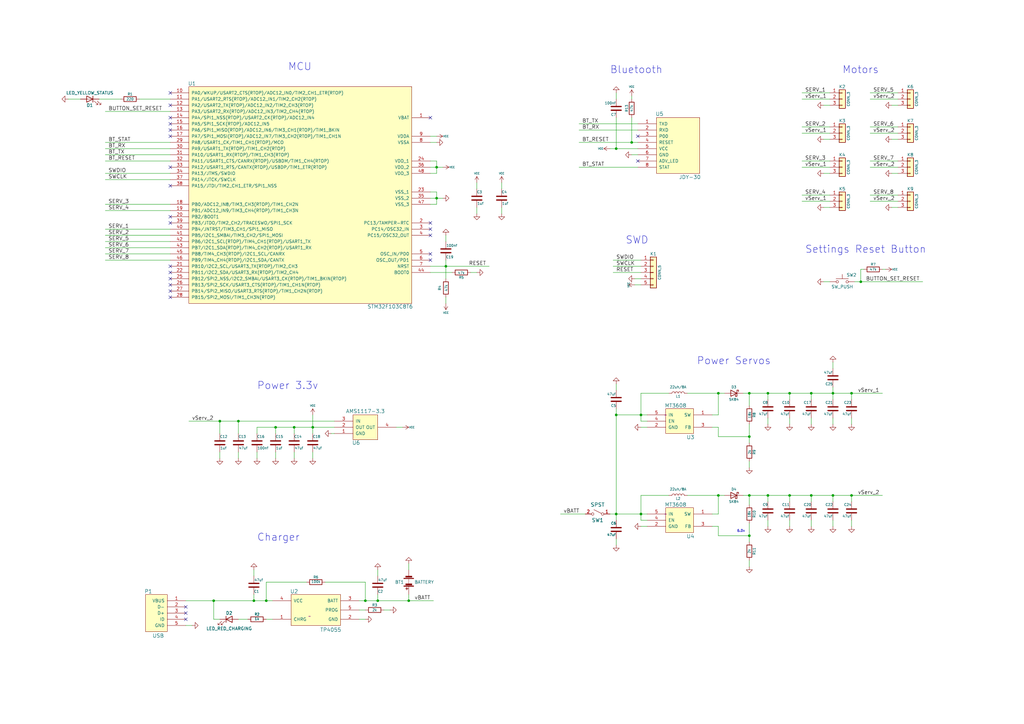
<source format=kicad_sch>
(kicad_sch (version 20211123) (generator eeschema)
  (paper "A3")
  (title_block (date "2022-04-15"))
  (lib_symbols
    (symbol "Connector_Generic:Conn_01x03" (pin_names (offset 1.016) hide)
      (property "Reference" "J" (at 0 5.08 0))
      (property "Value" "Conn_01x03" (at 0 -5.08 0))
      (symbol "Conn_01x03_1_1"
        (pin passive line (at -5.08 2.54 0) (length 3.81) (name "Pin_1") (number "1"))
        (pin passive line (at -5.08 0 0) (length 3.81) (name "Pin_2") (number "2"))
        (pin passive line (at -5.08 -2.54 0) (length 3.81) (name "Pin_3") (number "3"))
      )
    )
    (symbol "Connector_Generic:Conn_01x05" (pin_names (offset 1.016) hide)
      (property "Reference" "J" (at 0 7.62 0))
      (property "Value" "Conn_01x05" (at 0 -7.62 0))
      (symbol "Conn_01x05_1_1"
        (pin passive line (at -5.08 5.08 0) (length 3.81) (name "Pin_1") (number "1"))
        (pin passive line (at -5.08 2.54 0) (length 3.81) (name "Pin_2") (number "2"))
        (pin passive line (at -5.08 0 0) (length 3.81) (name "Pin_3") (number "3"))
        (pin passive line (at -5.08 -2.54 0) (length 3.81) (name "Pin_4") (number "4"))
        (pin passive line (at -5.08 -5.08 0) (length 3.81) (name "Pin_5") (number "5"))
      )
    )
    (symbol "Device:Battery" (pin_numbers hide) (pin_names (offset 0) hide)
      (property "Reference" "BT" (at 2.54 2.54 0))
      (property "Value" "Battery" (at 2.54 0 0))
      (symbol "Battery_1_1"
        (pin passive line (at 0 5.08 270) (length 2.54) (name "+") (number "1"))
        (pin passive line (at 0 -5.08 90) (length 2.54) (name "-") (number "2"))
      )
    )
    (symbol "Device:C" (pin_numbers hide) (pin_names (offset 0.254))
      (property "Reference" "C" (at 0.635 2.54 0))
      (property "Value" "C" (at 0.635 -2.54 0))
      (symbol "C_1_1"
        (pin passive line (at 0 3.81 270) (length 2.794) (name "~") (number "1"))
        (pin passive line (at 0 -3.81 90) (length 2.794) (name "~") (number "2"))
      )
    )
    (symbol "Device:D_Schottky" (pin_numbers hide) (pin_names (offset 1.016) hide)
      (property "Reference" "D" (at 0 2.54 0))
      (property "Value" "D_Schottky" (at 0 -2.54 0))
      (symbol "D_Schottky_1_1"
        (pin passive line (at -3.81 0 0) (length 2.54) (name "K") (number "1"))
        (pin passive line (at 3.81 0 180) (length 2.54) (name "A") (number "2"))
      )
    )
    (symbol "Device:L" (pin_numbers hide) (pin_names (offset 1.016) hide)
      (property "Reference" "L" (at -1.27 0 90))
      (property "Value" "L" (at 1.905 0 90))
      (symbol "L_1_1"
        (pin passive line (at 0 3.81 270) (length 1.27) (name "1") (number "1"))
        (pin passive line (at 0 -3.81 90) (length 1.27) (name "2") (number "2"))
      )
    )
    (symbol "Device:LED" (pin_numbers hide) (pin_names (offset 1.016) hide)
      (property "Reference" "D" (at 0 2.54 0))
      (property "Value" "LED" (at 0 -2.54 0))
      (symbol "LED_1_1"
        (pin passive line (at -3.81 0 0) (length 2.54) (name "K") (number "1"))
        (pin passive line (at 3.81 0 180) (length 2.54) (name "A") (number "2"))
      )
    )
    (symbol "Device:R" (pin_numbers hide) (pin_names (offset 0))
      (property "Reference" "R" (at 2.032 0 90))
      (property "Value" "R" (at 0 0 90))
      (symbol "R_1_1"
        (pin passive line (at 0 3.81 270) (length 1.27) (name "~") (number "1"))
        (pin passive line (at 0 -3.81 90) (length 1.27) (name "~") (number "2"))
      )
    )
    (symbol "RS-Quadruped:AMS1117-3.3" (pin_names (offset 1.016))
      (property "Reference" "U?" (at -3.81 -6.35 0))
      (property "Value" "AMS1117-3.3" (at 0 6.604 0))
      (symbol "AMS1117-3.3_1_1"
        (pin passive line (at -12.7 2.54 0) (length 7.62) (name "GND") (number "1"))
        (pin passive line (at -12.7 0 0) (length 7.62) (name "OUT") (number "2"))
        (pin passive line (at -12.7 -2.54 0) (length 7.62) (name "IN") (number "3"))
        (pin passive line (at 12.7 0 180) (length 7.62) (name "OUT") (number "4"))
      )
    )
    (symbol "RS-Quadruped:JDY-30" (pin_names (offset 1.016))
      (property "Reference" "U?" (at 1.27 4.064 0))
      (property "Value" "JDY-30" (at 13.716 -21.844 0))
      (symbol "JDY-30_1_1"
        (pin passive line (at -7.62 0 0) (length 7.62) (name "TXD") (number "1"))
        (pin passive line (at -7.62 -2.54 0) (length 7.62) (name "RXD") (number "2"))
        (pin passive line (at -7.62 -5.08 0) (length 7.62) (name "P00") (number "3"))
        (pin passive line (at -7.62 -7.62 0) (length 7.62) (name "RESET") (number "4"))
        (pin passive line (at -7.62 -10.16 0) (length 7.62) (name "VCC") (number "5"))
        (pin passive line (at -7.62 -12.7 0) (length 7.62) (name "GND") (number "6"))
        (pin passive line (at -7.62 -15.24 0) (length 7.62) (name "ADV_LED") (number "7"))
        (pin passive line (at -7.62 -17.78 0) (length 7.62) (name "STAT") (number "8"))
      )
    )
    (symbol "RS-Quadruped:MT3608" (pin_names (offset 1.016))
      (property "Reference" "U?" (at 10.16 -9.144 0))
      (property "Value" "MT3608" (at 4.064 3.81 0))
      (property "Datasheet" "~" (at 0 0 0))
      (symbol "MT3608_1_1"
        (pin input line (at 19.05 0 180) (length 7.62) (name "SW") (number "1"))
        (pin input line (at -7.62 -5.08 0) (length 7.62) (name "GND") (number "2"))
        (pin input line (at 19.05 -5.08 180) (length 7.62) (name "FB") (number "3"))
        (pin input line (at -7.62 -2.54 0) (length 7.62) (name "EN") (number "4"))
        (pin input line (at -7.62 0 0) (length 7.62) (name "IN") (number "5"))
      )
    )
    (symbol "RS-Quadruped:STM32F103C8T6" (pin_names (offset 1.016))
      (property "Reference" "U?" (at -40.64 35.56 0))
      (property "Value" "STM32F103C8T6" (at 40.64 -57.15 0))
      (symbol "STM32F103C8T6_1_1"
        (pin passive line (at 57.15 21.59 180) (length 7.62) (name "VBAT") (number "1"))
        (pin input line (at -49.53 31.75 0) (length 7.62) (name "PA0/WKUP/USART2_CTS(RTOP)/ADC12_IN0/TIM2_CH1_ETR(RTOP)") (number "10"))
        (pin input line (at -49.53 29.21 0) (length 7.62) (name "PA1/USART2_RTS(RTOP)/ADC12_IN1/TIM2_CH2(RTOP)") (number "11"))
        (pin input line (at -49.53 26.67 0) (length 7.62) (name "PA2/USART2_TX(RTOP)/ADC12_IN2/TIM2_CH3(RTOP)") (number "12"))
        (pin input line (at -49.53 24.13 0) (length 7.62) (name "PA3/USART2_RX(RTOP)/ADC12_IN3/TIM2_CH4(RTOP)") (number "13"))
        (pin input line (at -49.53 21.59 0) (length 7.62) (name "PA4/SPI1_NSS(RTOP)/USART2_CK(RTOP)/ADC12_IN4") (number "14"))
        (pin input line (at -49.53 19.05 0) (length 7.62) (name "PA5/SPI1_SCK(RTOP)/ADC12_IN5") (number "15"))
        (pin input line (at -49.53 16.51 0) (length 7.62) (name "PA6/SPI1_MISO(RTOP)/ADC12_IN6/TIM3_CH1(RTOP)/TIM1_BKIN") (number "16"))
        (pin input line (at -49.53 13.97 0) (length 7.62) (name "PA7/SPI1_MOSI(RTOP)/ADC12_IN7/TIM3_CH2(RTOP)/TIM1_CH1N") (number "17"))
        (pin input line (at -49.53 -13.97 0) (length 7.62) (name "PB0/ADC12_IN8/TIM3_CH3(RTOP)/TIM1_CH2N") (number "18"))
        (pin input line (at -49.53 -16.51 0) (length 7.62) (name "PB1/ADC12_IN9/TIM3_CH4(RTOP)/TIM1_CH3N") (number "19"))
        (pin input line (at 57.15 -21.59 180) (length 7.62) (name "PC13/TAMPER-RTC") (number "2"))
        (pin input line (at -49.53 -19.05 0) (length 7.62) (name "PB2/BOOT1") (number "20"))
        (pin input line (at -49.53 -39.37 0) (length 7.62) (name "PB10/I2C2_SCL/USART3_TX(RTOP)/TIM2_CH3") (number "21"))
        (pin input line (at -49.53 -41.91 0) (length 7.62) (name "PB11/I2C2_SDA/USART3_RX(RTOP)/TIM2_CH4") (number "22"))
        (pin passive line (at 57.15 -8.89 180) (length 7.62) (name "VSS_1") (number "23"))
        (pin passive line (at 57.15 3.81 180) (length 7.62) (name "VDD_1") (number "24"))
        (pin input line (at -49.53 -44.45 0) (length 7.62) (name "PB12/SPI2_NSS/I2C2_SMBAl/USART3_CK(RTOP)/TIM1_BKIN(RTOP)") (number "25"))
        (pin input line (at -49.53 -46.99 0) (length 7.62) (name "PB13/SPI2_SCK/USART3_CTS(RTOP)/TIM1_CH1N(RTOP)") (number "26"))
        (pin input line (at -49.53 -49.53 0) (length 7.62) (name "PB14/SPI2_MISO/USART3_RTS(RTOP)/TIM1_CH2N(RTOP)") (number "27"))
        (pin input line (at -49.53 -52.07 0) (length 7.62) (name "PB15/SPI2_MOSI/TIM1_CH3N(RTOP)") (number "28"))
        (pin input line (at -49.53 11.43 0) (length 7.62) (name "PA8/USART1_CK/TIM1_CH1(RTOP)/MCO") (number "29"))
        (pin input line (at 57.15 -24.13 180) (length 7.62) (name "PC14/OSC32_IN") (number "3"))
        (pin input line (at -49.53 8.89 0) (length 7.62) (name "PA9/USART1_TX(RTOP)/TIM1_CH2(RTOP)") (number "30"))
        (pin input line (at -49.53 6.35 0) (length 7.62) (name "PA10/USART1_RX(RTOP)/TIM1_CH3(RTOP)") (number "31"))
        (pin input line (at -49.53 3.81 0) (length 7.62) (name "PA11/USART1_CTS/CANRX(RTOP)/USBDM/TIM1_CH4(RTOP)") (number "32"))
        (pin input line (at -49.53 1.27 0) (length 7.62) (name "PA12/USART1_RTS/CANTX(RTOP)/USBDP/TIM1_ETR(RTOP)") (number "33"))
        (pin input line (at -49.53 -1.27 0) (length 7.62) (name "PA13/JTMS/SWDIO") (number "34"))
        (pin passive line (at 57.15 -11.43 180) (length 7.62) (name "VSS_2") (number "35"))
        (pin passive line (at 57.15 1.27 180) (length 7.62) (name "VDD_2") (number "36"))
        (pin input line (at -49.53 -3.81 0) (length 7.62) (name "PA14/JTCK/SWCLK") (number "37"))
        (pin input line (at -49.53 -6.35 0) (length 7.62) (name "PA15/JTDI/TIM2_CH1_ETR/SPI1_NSS") (number "38"))
        (pin input line (at -49.53 -21.59 0) (length 7.62) (name "PB3/JTDO/TIM2_CH2/TRACESWO/SPI1_SCK") (number "39"))
        (pin input line (at 57.15 -26.67 180) (length 7.62) (name "PC15/OSC32_OUT") (number "4"))
        (pin input line (at -49.53 -24.13 0) (length 7.62) (name "PB4/JNTRST/TIM3_CH1/SPI1_MISO") (number "40"))
        (pin input line (at -49.53 -26.67 0) (length 7.62) (name "PB5/I2C1_SMBAI/TIM3_CH2/SPI1_MOSI") (number "41"))
        (pin input line (at -49.53 -29.21 0) (length 7.62) (name "PB6/I2C1_SCL(RTOP)/TIM4_CH1(RTOP)/USART1_TX") (number "42"))
        (pin input line (at -49.53 -31.75 0) (length 7.62) (name "PB7/I2C1_SDA(RTOP)/TIM4_CH2(RTOP)/USART1_RX") (number "43"))
        (pin input line (at 57.15 -41.91 180) (length 7.62) (name "BOOT0") (number "44"))
        (pin input line (at -49.53 -34.29 0) (length 7.62) (name "PB8/TIM4_CH3(RTOP)/I2C1_SCL/CANRX") (number "45"))
        (pin input line (at -49.53 -36.83 0) (length 7.62) (name "PB9/TIM4_CH4(RTOP)/I2C1_SDA/CANTX") (number "46"))
        (pin passive line (at 57.15 -13.97 180) (length 7.62) (name "VSS_3") (number "47"))
        (pin passive line (at 57.15 -1.27 180) (length 7.62) (name "VDD_3") (number "48"))
        (pin input line (at 57.15 -34.29 180) (length 7.62) (name "OSC_IN/PD0") (number "5"))
        (pin input line (at 57.15 -36.83 180) (length 7.62) (name "OSC_OUT/PD1") (number "6"))
        (pin input line (at 57.15 -39.37 180) (length 7.62) (name "NRST") (number "7"))
        (pin passive line (at 57.15 11.43 180) (length 7.62) (name "VSSA") (number "8"))
        (pin passive line (at 57.15 13.97 180) (length 7.62) (name "VDDA") (number "9"))
      )
    )
    (symbol "RS-Quadruped:TP4055" (pin_names (offset 1.016))
      (property "Reference" "U?" (at -8.89 10.16 0))
      (property "Value" "TP4055" (at 6.096 -5.588 0))
      (property "Datasheet" "~" (at -2.54 0 0))
      (symbol "TP4055_1_1"
        (pin passive line (at -17.78 -1.27 0) (length 7.62) (name "CHRG") (number "1"))
        (pin passive line (at 17.78 -1.27 180) (length 7.62) (name "GND") (number "2"))
        (pin passive line (at 17.78 6.35 180) (length 7.62) (name "BATT") (number "3"))
        (pin passive line (at -17.78 6.35 0) (length 7.62) (name "VCC") (number "4"))
        (pin passive line (at 17.78 2.54 180) (length 7.62) (name "PROG") (number "5"))
      )
    )
    (symbol "RS-Quadruped:USB-B" (pin_names (offset 1.016))
      (property "Reference" "P?" (at -7.747 8.89 0))
      (property "Value" "USB-B" (at -3.683 -9.271 0))
      (symbol "USB-B_1_1"
        (pin passive line (at 7.62 5.08 180) (length 7.62) (name "VBUS") (number "1"))
        (pin passive line (at 7.62 2.54 180) (length 7.62) (name "D-") (number "2"))
        (pin passive line (at 7.62 0 180) (length 7.62) (name "D+") (number "3"))
        (pin passive line (at 7.62 -2.54 180) (length 7.62) (name "ID") (number "4"))
        (pin passive line (at 7.62 -5.08 180) (length 7.62) (name "GND") (number "5"))
      )
    )
    (symbol "Switch:SW_Push" (pin_numbers hide) (pin_names (offset 1.016) hide)
      (property "Reference" "SW" (at 1.27 2.54 0))
      (property "Value" "SW_Push" (at 0 -1.524 0))
      (symbol "SW_Push_0_1"
        (pin passive line (at -5.08 0 0) (length 2.54) (name "1") (number "1"))
        (pin passive line (at 5.08 0 180) (length 2.54) (name "2") (number "2"))
      )
    )
    (symbol "Switch:SW_SPST" (pin_names (offset 0) hide)
      (property "Reference" "SW" (at 0 3.175 0))
      (property "Value" "SW_SPST" (at 0 -2.54 0))
      (symbol "SW_SPST_1_1"
        (pin passive line (at -5.08 0 0) (length 2.54) (name "A") (number "1"))
        (pin passive line (at 5.08 0 180) (length 2.54) (name "B") (number "2"))
      )
    )
    (symbol "power:GND" (power) (pin_names (offset 0))
      (property "Value" "GND" (at 0 -3.81 0))
      (symbol "GND_1_1"
        (pin power_in line (at 0 0 270) (length 0) hide (name "GND") (number "1"))
      )
    )
    (symbol "power:VCC" (power) (pin_names (offset 0))
      (property "Value" "VCC" (at 0 3.81 0))
      (symbol "VCC_1_1"
        (pin power_in line (at 0 0 90) (length 0) hide (name "VCC") (number "1"))
      )
    )
  )
  (junction (at 90.17 172.72))
  (junction (at 252.73 60.96))
  (junction (at 179.07 68.58))
  (junction (at 154.94 246.38))
  (junction (at 167.64 246.38))
  (junction (at 314.96 203.2))
  (junction (at 341.63 203.2))
  (junction (at 307.34 203.2))
  (junction (at 341.63 161.29))
  (junction (at 294.64 203.2))
  (junction (at 149.86 246.38))
  (junction (at 262.89 210.82))
  (junction (at 179.07 81.28))
  (junction (at 349.25 203.2))
  (junction (at 353.06 115.57))
  (junction (at 113.03 175.26))
  (junction (at 307.34 219.71))
  (junction (at 332.74 203.2))
  (junction (at 323.85 161.29))
  (junction (at 294.64 161.29))
  (junction (at 259.08 58.42))
  (junction (at 120.65 175.26))
  (junction (at 104.14 246.38))
  (junction (at 262.89 170.18))
  (junction (at 307.34 161.29))
  (junction (at 87.63 246.38))
  (junction (at 97.79 172.72))
  (junction (at 314.96 161.29))
  (junction (at 349.25 161.29))
  (junction (at 252.73 210.82))
  (junction (at 182.88 109.22))
  (junction (at 332.74 161.29))
  (junction (at 128.27 175.26))
  (junction (at 109.22 246.38))
  (junction (at 307.34 179.07))
  (junction (at 252.73 170.18))
  (junction (at 323.85 203.2))
  (no_connect (at 261.62 55.88))
  (no_connect (at 69.85 48.26))
  (no_connect (at 69.85 114.3))
  (no_connect (at 69.85 109.22))
  (no_connect (at 176.53 104.14))
  (no_connect (at 69.85 43.18))
  (no_connect (at 69.85 116.84))
  (no_connect (at 69.85 76.2))
  (no_connect (at 69.85 55.88))
  (no_connect (at 176.53 91.44))
  (no_connect (at 176.53 106.68))
  (no_connect (at 69.85 38.1))
  (no_connect (at 69.85 121.92))
  (no_connect (at 69.85 88.9))
  (no_connect (at 176.53 96.52))
  (no_connect (at 69.85 119.38))
  (no_connect (at 176.53 48.26))
  (no_connect (at 69.85 111.76))
  (no_connect (at 76.2 254))
  (no_connect (at 76.2 248.92))
  (no_connect (at 69.85 53.34))
  (no_connect (at 69.85 91.44))
  (no_connect (at 261.62 66.04))
  (no_connect (at 76.2 251.46))
  (no_connect (at 69.85 50.8))
  (no_connect (at 69.85 68.58))
  (no_connect (at 176.53 93.98))
  (wire (pts (xy 350.52 115.57) (xy 353.06 115.57)))
  (wire (pts (xy 349.25 161.29) (xy 361.95 161.29)))
  (wire (pts (xy 109.22 238.76) (xy 109.22 246.38)))
  (wire (pts (xy 353.06 115.57) (xy 378.46 115.57)))
  (wire (pts (xy 307.34 219.71) (xy 294.64 219.71)))
  (wire (pts (xy 43.18 58.42) (xy 69.85 58.42)))
  (wire (pts (xy 77.47 172.72) (xy 90.17 172.72)))
  (wire (pts (xy 356.87 38.1) (xy 368.3 38.1)))
  (wire (pts (xy 349.25 203.2) (xy 361.95 203.2)))
  (wire (pts (xy 252.73 170.18) (xy 262.89 170.18)))
  (wire (pts (xy 252.73 223.52) (xy 252.73 220.98)))
  (wire (pts (xy 323.85 161.29) (xy 332.74 161.29)))
  (wire (pts (xy 356.87 80.01) (xy 368.3 80.01)))
  (wire (pts (xy 104.14 246.38) (xy 109.22 246.38)))
  (wire (pts (xy 356.87 54.61) (xy 368.3 54.61)))
  (wire (pts (xy 307.34 161.29) (xy 314.96 161.29)))
  (wire (pts (xy 294.64 161.29) (xy 297.18 161.29)))
  (wire (pts (xy 281.94 161.29) (xy 294.64 161.29)))
  (wire (pts (xy 43.18 106.68) (xy 69.85 106.68)))
  (wire (pts (xy 205.74 87.63) (xy 205.74 85.09)))
  (wire (pts (xy 337.82 115.57) (xy 340.36 115.57)))
  (wire (pts (xy 149.86 250.19) (xy 147.32 250.19)))
  (wire (pts (xy 104.14 233.68) (xy 104.14 236.22)))
  (wire (pts (xy 328.93 66.04) (xy 340.36 66.04)))
  (wire (pts (xy 154.94 243.84) (xy 154.94 246.38)))
  (wire (pts (xy 294.64 179.07) (xy 294.64 175.26)))
  (wire (pts (xy 262.89 106.68) (xy 251.46 106.68)))
  (wire (pts (xy 167.64 246.38) (xy 167.64 243.84)))
  (wire (pts (xy 182.88 96.52) (xy 182.88 99.06)))
  (wire (pts (xy 252.73 170.18) (xy 252.73 210.82)))
  (wire (pts (xy 113.03 187.96) (xy 113.03 185.42)))
  (wire (pts (xy 262.89 210.82) (xy 265.43 210.82)))
  (wire (pts (xy 97.79 187.96) (xy 97.79 185.42)))
  (wire (pts (xy 179.07 55.88) (xy 176.53 55.88)))
  (wire (pts (xy 259.08 39.37) (xy 259.08 40.64)))
  (wire (pts (xy 43.18 66.04) (xy 69.85 66.04)))
  (wire (pts (xy 356.87 52.07) (xy 368.3 52.07)))
  (wire (pts (xy 105.41 175.26) (xy 105.41 177.8)))
  (wire (pts (xy 314.96 173.99) (xy 314.96 171.45)))
  (wire (pts (xy 128.27 187.96) (xy 128.27 185.42)))
  (wire (pts (xy 363.22 110.49) (xy 361.95 110.49)))
  (wire (pts (xy 90.17 172.72) (xy 97.79 172.72)))
  (wire (pts (xy 328.93 82.55) (xy 340.36 82.55)))
  (wire (pts (xy 149.86 254) (xy 147.32 254)))
  (wire (pts (xy 292.1 210.82) (xy 294.64 210.82)))
  (wire (pts (xy 182.88 109.22) (xy 200.66 109.22)))
  (wire (pts (xy 154.94 246.38) (xy 167.64 246.38)))
  (wire (pts (xy 332.74 203.2) (xy 341.63 203.2)))
  (wire (pts (xy 43.18 63.5) (xy 69.85 63.5)))
  (wire (pts (xy 307.34 203.2) (xy 314.96 203.2)))
  (wire (pts (xy 27.94 40.64) (xy 33.02 40.64)))
  (wire (pts (xy 314.96 163.83) (xy 314.96 161.29)))
  (wire (pts (xy 262.89 170.18) (xy 262.89 172.72)))
  (wire (pts (xy 128.27 175.26) (xy 128.27 177.8)))
  (wire (pts (xy 262.89 170.18) (xy 265.43 170.18)))
  (wire (pts (xy 179.07 83.82) (xy 176.53 83.82)))
  (wire (pts (xy 328.93 52.07) (xy 340.36 52.07)))
  (wire (pts (xy 43.18 101.6) (xy 69.85 101.6)))
  (wire (pts (xy 341.63 205.74) (xy 341.63 203.2)))
  (wire (pts (xy 43.18 99.06) (xy 69.85 99.06)))
  (wire (pts (xy 237.49 68.58) (xy 261.62 68.58)))
  (wire (pts (xy 356.87 40.64) (xy 368.3 40.64)))
  (wire (pts (xy 104.14 246.38) (xy 104.14 243.84)))
  (wire (pts (xy 76.2 246.38) (xy 87.63 246.38)))
  (wire (pts (xy 365.76 57.15) (xy 368.3 57.15)))
  (wire (pts (xy 179.07 68.58) (xy 181.61 68.58)))
  (wire (pts (xy 328.93 68.58) (xy 340.36 68.58)))
  (wire (pts (xy 323.85 173.99) (xy 323.85 171.45)))
  (wire (pts (xy 332.74 215.9) (xy 332.74 213.36)))
  (wire (pts (xy 250.19 60.96) (xy 252.73 60.96)))
  (wire (pts (xy 341.63 203.2) (xy 349.25 203.2)))
  (wire (pts (xy 195.58 77.47) (xy 195.58 74.93)))
  (wire (pts (xy 262.89 215.9) (xy 265.43 215.9)))
  (wire (pts (xy 179.07 78.74) (xy 176.53 78.74)))
  (wire (pts (xy 179.07 58.42) (xy 176.53 58.42)))
  (wire (pts (xy 179.07 81.28) (xy 181.61 81.28)))
  (wire (pts (xy 69.85 71.12) (xy 43.18 71.12)))
  (wire (pts (xy 314.96 215.9) (xy 314.96 213.36)))
  (wire (pts (xy 109.22 246.38) (xy 111.76 246.38)))
  (wire (pts (xy 281.94 203.2) (xy 294.64 203.2)))
  (wire (pts (xy 307.34 191.77) (xy 307.34 189.23)))
  (wire (pts (xy 262.89 175.26) (xy 265.43 175.26)))
  (wire (pts (xy 176.53 81.28) (xy 179.07 81.28)))
  (wire (pts (xy 133.35 238.76) (xy 149.86 238.76)))
  (wire (pts (xy 154.94 233.68) (xy 154.94 236.22)))
  (wire (pts (xy 307.34 214.63) (xy 307.34 219.71)))
  (wire (pts (xy 179.07 81.28) (xy 179.07 83.82)))
  (wire (pts (xy 356.87 82.55) (xy 368.3 82.55)))
  (wire (pts (xy 179.07 68.58) (xy 179.07 71.12)))
  (wire (pts (xy 97.79 172.72) (xy 137.16 172.72)))
  (wire (pts (xy 262.89 203.2) (xy 274.32 203.2)))
  (wire (pts (xy 147.32 246.38) (xy 149.86 246.38)))
  (wire (pts (xy 149.86 246.38) (xy 154.94 246.38)))
  (wire (pts (xy 109.22 254) (xy 111.76 254)))
  (wire (pts (xy 328.93 38.1) (xy 340.36 38.1)))
  (wire (pts (xy 328.93 54.61) (xy 340.36 54.61)))
  (wire (pts (xy 365.76 85.09) (xy 368.3 85.09)))
  (wire (pts (xy 113.03 175.26) (xy 113.03 177.8)))
  (wire (pts (xy 78.74 256.54) (xy 76.2 256.54)))
  (wire (pts (xy 349.25 173.99) (xy 349.25 171.45)))
  (wire (pts (xy 294.64 219.71) (xy 294.64 215.9)))
  (wire (pts (xy 90.17 177.8) (xy 90.17 172.72)))
  (wire (pts (xy 120.65 187.96) (xy 120.65 185.42)))
  (wire (pts (xy 176.53 109.22) (xy 182.88 109.22)))
  (wire (pts (xy 43.18 86.36) (xy 69.85 86.36)))
  (wire (pts (xy 294.64 170.18) (xy 294.64 161.29)))
  (wire (pts (xy 328.93 40.64) (xy 340.36 40.64)))
  (wire (pts (xy 69.85 45.72) (xy 43.18 45.72)))
  (wire (pts (xy 294.64 215.9) (xy 292.1 215.9)))
  (wire (pts (xy 262.89 203.2) (xy 262.89 210.82)))
  (wire (pts (xy 182.88 124.46) (xy 182.88 121.92)))
  (wire (pts (xy 128.27 175.26) (xy 137.16 175.26)))
  (wire (pts (xy 349.25 215.9) (xy 349.25 213.36)))
  (wire (pts (xy 341.63 215.9) (xy 341.63 213.36)))
  (wire (pts (xy 179.07 78.74) (xy 179.07 81.28)))
  (wire (pts (xy 337.82 57.15) (xy 340.36 57.15)))
  (wire (pts (xy 43.18 96.52) (xy 69.85 96.52)))
  (wire (pts (xy 332.74 173.99) (xy 332.74 171.45)))
  (wire (pts (xy 307.34 161.29) (xy 307.34 166.37)))
  (wire (pts (xy 307.34 232.41) (xy 307.34 229.87)))
  (wire (pts (xy 337.82 43.18) (xy 340.36 43.18)))
  (wire (pts (xy 165.1 175.26) (xy 162.56 175.26)))
  (wire (pts (xy 307.34 179.07) (xy 307.34 181.61)))
  (wire (pts (xy 294.64 210.82) (xy 294.64 203.2)))
  (wire (pts (xy 262.89 172.72) (xy 265.43 172.72)))
  (wire (pts (xy 120.65 175.26) (xy 128.27 175.26)))
  (wire (pts (xy 182.88 106.68) (xy 182.88 109.22)))
  (wire (pts (xy 294.64 203.2) (xy 297.18 203.2)))
  (wire (pts (xy 332.74 161.29) (xy 341.63 161.29)))
  (wire (pts (xy 323.85 163.83) (xy 323.85 161.29)))
  (wire (pts (xy 250.19 210.82) (xy 252.73 210.82)))
  (wire (pts (xy 259.08 58.42) (xy 261.62 58.42)))
  (wire (pts (xy 113.03 175.26) (xy 120.65 175.26)))
  (wire (pts (xy 353.06 110.49) (xy 353.06 115.57)))
  (wire (pts (xy 43.18 93.98) (xy 69.85 93.98)))
  (wire (pts (xy 262.89 116.84) (xy 260.35 116.84)))
  (wire (pts (xy 314.96 203.2) (xy 323.85 203.2)))
  (wire (pts (xy 43.18 60.96) (xy 69.85 60.96)))
  (wire (pts (xy 101.6 254) (xy 97.79 254)))
  (wire (pts (xy 356.87 68.58) (xy 368.3 68.58)))
  (wire (pts (xy 179.07 71.12) (xy 176.53 71.12)))
  (wire (pts (xy 195.58 111.76) (xy 193.04 111.76)))
  (wire (pts (xy 323.85 203.2) (xy 323.85 205.74)))
  (wire (pts (xy 304.8 161.29) (xy 307.34 161.29)))
  (wire (pts (xy 179.07 66.04) (xy 179.07 68.58)))
  (wire (pts (xy 87.63 246.38) (xy 104.14 246.38)))
  (wire (pts (xy 128.27 170.18) (xy 128.27 175.26)))
  (wire (pts (xy 307.34 179.07) (xy 294.64 179.07)))
  (wire (pts (xy 356.87 66.04) (xy 368.3 66.04)))
  (wire (pts (xy 341.63 148.59) (xy 341.63 151.13)))
  (wire (pts (xy 341.63 173.99) (xy 341.63 171.45)))
  (wire (pts (xy 354.33 110.49) (xy 353.06 110.49)))
  (wire (pts (xy 252.73 60.96) (xy 261.62 60.96)))
  (wire (pts (xy 314.96 203.2) (xy 314.96 205.74)))
  (wire (pts (xy 307.34 203.2) (xy 307.34 207.01)))
  (wire (pts (xy 332.74 205.74) (xy 332.74 203.2)))
  (wire (pts (xy 260.35 114.3) (xy 262.89 114.3)))
  (wire (pts (xy 69.85 73.66) (xy 43.18 73.66)))
  (wire (pts (xy 349.25 205.74) (xy 349.25 203.2)))
  (wire (pts (xy 252.73 157.48) (xy 252.73 160.02)))
  (wire (pts (xy 149.86 246.38) (xy 149.86 238.76)))
  (wire (pts (xy 332.74 163.83) (xy 332.74 161.29)))
  (wire (pts (xy 323.85 215.9) (xy 323.85 213.36)))
  (wire (pts (xy 323.85 203.2) (xy 332.74 203.2)))
  (wire (pts (xy 237.49 50.8) (xy 261.62 50.8)))
  (wire (pts (xy 167.64 246.38) (xy 177.8 246.38)))
  (wire (pts (xy 237.49 58.42) (xy 259.08 58.42)))
  (wire (pts (xy 341.63 158.75) (xy 341.63 161.29)))
  (wire (pts (xy 262.89 161.29) (xy 262.89 170.18)))
  (wire (pts (xy 262.89 161.29) (xy 274.32 161.29)))
  (wire (pts (xy 259.08 48.26) (xy 259.08 58.42)))
  (wire (pts (xy 292.1 170.18) (xy 294.64 170.18)))
  (wire (pts (xy 90.17 187.96) (xy 90.17 185.42)))
  (wire (pts (xy 160.02 250.19) (xy 157.48 250.19)))
  (wire (pts (xy 341.63 161.29) (xy 349.25 161.29)))
  (wire (pts (xy 262.89 213.36) (xy 265.43 213.36)))
  (wire (pts (xy 185.42 111.76) (xy 176.53 111.76)))
  (wire (pts (xy 328.93 80.01) (xy 340.36 80.01)))
  (wire (pts (xy 109.22 238.76) (xy 125.73 238.76)))
  (wire (pts (xy 337.82 85.09) (xy 340.36 85.09)))
  (wire (pts (xy 252.73 48.26) (xy 252.73 60.96)))
  (wire (pts (xy 97.79 172.72) (xy 97.79 177.8)))
  (wire (pts (xy 229.87 210.82) (xy 240.03 210.82)))
  (wire (pts (xy 252.73 38.1) (xy 252.73 40.64)))
  (wire (pts (xy 105.41 187.96) (xy 105.41 185.42)))
  (wire (pts (xy 87.63 254) (xy 87.63 246.38)))
  (wire (pts (xy 43.18 83.82) (xy 69.85 83.82)))
  (wire (pts (xy 304.8 203.2) (xy 307.34 203.2)))
  (wire (pts (xy 135.89 177.8) (xy 137.16 177.8)))
  (wire (pts (xy 252.73 210.82) (xy 262.89 210.82)))
  (wire (pts (xy 259.08 63.5) (xy 261.62 63.5)))
  (wire (pts (xy 167.64 233.68) (xy 167.64 231.14)))
  (wire (pts (xy 365.76 43.18) (xy 368.3 43.18)))
  (wire (pts (xy 205.74 77.47) (xy 205.74 74.93)))
  (wire (pts (xy 237.49 53.34) (xy 261.62 53.34)))
  (wire (pts (xy 341.63 161.29) (xy 341.63 163.83)))
  (wire (pts (xy 176.53 68.58) (xy 179.07 68.58)))
  (wire (pts (xy 349.25 163.83) (xy 349.25 161.29)))
  (wire (pts (xy 43.18 104.14) (xy 69.85 104.14)))
  (wire (pts (xy 252.73 167.64) (xy 252.73 170.18)))
  (wire (pts (xy 40.64 40.64) (xy 49.53 40.64)))
  (wire (pts (xy 337.82 71.12) (xy 340.36 71.12)))
  (wire (pts (xy 195.58 87.63) (xy 195.58 85.09)))
  (wire (pts (xy 294.64 175.26) (xy 292.1 175.26)))
  (wire (pts (xy 252.73 210.82) (xy 252.73 213.36)))
  (wire (pts (xy 105.41 175.26) (xy 113.03 175.26)))
  (wire (pts (xy 262.89 111.76) (xy 251.46 111.76)))
  (wire (pts (xy 262.89 210.82) (xy 262.89 213.36)))
  (wire (pts (xy 90.17 254) (xy 87.63 254)))
  (wire (pts (xy 120.65 175.26) (xy 120.65 177.8)))
  (wire (pts (xy 182.88 109.22) (xy 182.88 114.3)))
  (wire (pts (xy 307.34 219.71) (xy 307.34 222.25)))
  (wire (pts (xy 176.53 66.04) (xy 179.07 66.04)))
  (wire (pts (xy 307.34 173.99) (xy 307.34 179.07)))
  (wire (pts (xy 365.76 71.12) (xy 368.3 71.12)))
  (wire (pts (xy 69.85 40.64) (xy 57.15 40.64)))
  (wire (pts (xy 314.96 161.29) (xy 323.85 161.29)))
  (wire (pts (xy 262.89 109.22) (xy 251.46 109.22)))
  (text "MCU" (at 118.11 29.21 0) (effects (font (size 2.9972 2.9972)) (justify left bottom)))
  (text "Motors" (at 345.44 30.48 0) (effects (font (size 2.9972 2.9972)) (justify left bottom)))
  (text "6.0v" (at 302.26 218.44 0) (effects (font (size 1 1)) (justify left bottom)))
  (text "Bluetooth" (at 250.19 30.48 0) (effects (font (size 2.9972 2.9972)) (justify left bottom)))
  (text "Settings Reset Button" (at 330.2 104.14 0) (effects (font (size 2.9972 2.9972)) (justify left bottom)))
  (text "SWD" (at 256.54 100.33 0) (effects (font (size 2.9972 2.9972)) (justify left bottom)))
  (text "Power Servos" (at 285.75 149.86 0) (effects (font (size 2.9972 2.9972)) (justify left bottom)))
  (text "Charger" (at 105.41 222.25 0) (effects (font (size 2.9972 2.9972)) (justify left bottom)))
  (text "Power 3.3v" (at 105.41 160.02 0) (effects (font (size 2.9972 2.9972)) (justify left bottom)))
  (label "vServ_2" (at 358.14 40.64 0) (effects (font (size 1.524 1.524))))
  (label "vServ_2" (at 358.14 54.61 0) (effects (font (size 1.524 1.524))))
  (label "SERV_2" (at 330.2 52.07 0) (effects (font (size 1.524 1.524))))
  (label "SERV_3" (at 44.45 83.82 0) (effects (font (size 1.524 1.524))))
  (label "RESET" (at 199.39 109.22 180) (effects (font (size 1.524 1.524))))
  (label "BUTTON_SET_RESET" (at 44.45 45.72 0) (effects (font (size 1.524 1.524))))
  (label "SERV_1" (at 330.2 38.1 0) (effects (font (size 1.524 1.524))))
  (label "SERV_6" (at 44.45 101.6 0) (effects (font (size 1.524 1.524))))
  (label "SWCLK" (at 252.73 109.22 0) (effects (font (size 1.524 1.524))))
  (label "vServ_2" (at 78.74 172.72 0) (effects (font (size 1.524 1.524))))
  (label "vServ_1" (at 330.2 54.61 0) (effects (font (size 1.524 1.524))))
  (label "RESET" (at 252.73 111.76 0) (effects (font (size 1.524 1.524))))
  (label "BUTTON_SET_RESET" (at 377.19 115.57 180) (effects (font (size 1.524 1.524))))
  (label "SERV_4" (at 44.45 86.36 0) (effects (font (size 1.524 1.524))))
  (label "SERV_4" (at 330.2 80.01 0) (effects (font (size 1.524 1.524))))
  (label "SWDIO" (at 252.73 106.68 0) (effects (font (size 1.524 1.524))))
  (label "SERV_5" (at 358.14 38.1 0) (effects (font (size 1.524 1.524))))
  (label "BT_TX" (at 238.76 50.8 0) (effects (font (size 1.524 1.524))))
  (label "vServ_1" (at 330.2 68.58 0) (effects (font (size 1.524 1.524))))
  (label "vServ_1" (at 360.68 161.29 180) (effects (font (size 1.524 1.524))))
  (label "BT_RX" (at 238.76 53.34 0) (effects (font (size 1.524 1.524))))
  (label "BT_RX" (at 44.45 60.96 0) (effects (font (size 1.524 1.524))))
  (label "vServ_2" (at 360.68 203.2 180) (effects (font (size 1.524 1.524))))
  (label "BT_RESET" (at 238.76 58.42 0) (effects (font (size 1.524 1.524))))
  (label "SERV_8" (at 358.14 80.01 0) (effects (font (size 1.524 1.524))))
  (label "SERV_5" (at 44.45 99.06 0) (effects (font (size 1.524 1.524))))
  (label "BT_RESET" (at 44.45 66.04 0) (effects (font (size 1.524 1.524))))
  (label "SERV_3" (at 330.2 66.04 0) (effects (font (size 1.524 1.524))))
  (label "vServ_2" (at 358.14 82.55 0) (effects (font (size 1.524 1.524))))
  (label "SERV_2" (at 44.45 96.52 0) (effects (font (size 1.524 1.524))))
  (label "SERV_8" (at 44.45 106.68 0) (effects (font (size 1.524 1.524))))
  (label "vBATT" (at 231.14 210.82 0) (effects (font (size 1.524 1.524))))
  (label "BT_STAT" (at 238.76 68.58 0) (effects (font (size 1.524 1.524))))
  (label "vBATT" (at 176.53 246.38 180) (effects (font (size 1.524 1.524))))
  (label "vServ_1" (at 330.2 82.55 0) (effects (font (size 1.524 1.524))))
  (label "SERV_7" (at 358.14 66.04 0) (effects (font (size 1.524 1.524))))
  (label "vServ_1" (at 330.2 40.64 0) (effects (font (size 1.524 1.524))))
  (label "SERV_7" (at 44.45 104.14 0) (effects (font (size 1.524 1.524))))
  (label "SWDIO" (at 44.45 71.12 0) (effects (font (size 1.524 1.524))))
  (label "SERV_1" (at 44.45 93.98 0) (effects (font (size 1.524 1.524))))
  (label "SWCLK" (at 44.45 73.66 0) (effects (font (size 1.524 1.524))))
  (label "vServ_2" (at 358.14 68.58 0) (effects (font (size 1.524 1.524))))
  (label "BT_STAT" (at 44.45 58.42 0) (effects (font (size 1.524 1.524))))
  (label "BT_TX" (at 44.45 63.5 0) (effects (font (size 1.524 1.524))))
  (label "SERV_6" (at 358.14 52.07 0) (effects (font (size 1.524 1.524))))
  (symbol (lib_id "RS-Quadruped:USB-B") (at 68.58 251.46 0) (unit 1)
    (property "Reference" "P1" (at 60.833 242.57 0) (effects (font (size 1.524 1.524))))
    (property "Value" "USB" (at 64.897 260.731 0) (effects (font (size 1.524 1.524))))
    (property "Footprint" "RS-Quadruped:USB-A003-1C-1" (effects hide))
  )
  (symbol (lib_id "power:GND") (at 78.74 256.54 90) (unit 1)
    (property "Reference" "#PWR01" (effects hide))
    (property "Value" "GND" (effects hide))
  )
  (symbol (lib_id "power:GND") (at 260.35 114.3 270) (mirror x) (unit 1)
    (property "Reference" "#PWR02" (effects hide))
    (property "Value" "GND" (effects hide))
  )
  (symbol (lib_id "power:VCC") (at 128.27 170.18 0) (unit 1)
    (property "Reference" "#PWR03" (effects hide))
    (property "Value" "VCC" (at 128.27 166.37 0) (effects (font (size 0.762 0.762))))
  )
  (symbol (lib_id "power:GND") (at 128.27 187.96 0) (unit 1)
    (property "Reference" "#PWR04" (effects hide))
    (property "Value" "GND" (effects hide))
  )
  (symbol (lib_id "Device:C") (at 128.27 181.61 0) (unit 1)
    (property "Reference" "C18" (at 128.27 179.07 0) (effects (font (size 1.016 1.016)) (justify left)))
    (property "Value" "47uf" (at 128.4224 183.769 0) (effects (font (size 1.016 1.016)) (justify left)))
    (property "Footprint" "RS-Quadruped:SM0805" (effects hide))
  )
  (symbol (lib_id "power:VCC") (at 182.88 124.46 0) (mirror x) (unit 1)
    (property "Reference" "#PWR05" (effects hide))
    (property "Value" "VCC" (at 182.88 128.27 0) (effects (font (size 0.762 0.762))))
  )
  (symbol (lib_id "Device:R") (at 182.88 118.11 0) (unit 1)
    (property "Reference" "R4" (at 180.34 118.11 90) (effects (font (size 1.016 1.016))))
    (property "Value" "47k" (at 183.0578 118.0846 90) (effects (font (size 1.016 1.016))))
    (property "Footprint" "RS-Quadruped:SM0805" (effects hide))
  )
  (symbol (lib_id "power:GND") (at 195.58 111.76 90) (mirror x) (unit 1)
    (property "Reference" "#PWR06" (effects hide))
    (property "Value" "GND" (effects hide))
  )
  (symbol (lib_id "Device:R") (at 189.23 111.76 90) (mirror x) (unit 1)
    (property "Reference" "R5" (at 189.23 113.792 90) (effects (font (size 1.016 1.016))))
    (property "Value" "47k" (at 189.2046 111.9378 90) (effects (font (size 1.016 1.016))))
    (property "Footprint" "RS-Quadruped:SM0805" (effects hide))
  )
  (symbol (lib_id "power:GND") (at 181.61 81.28 90) (unit 1)
    (property "Reference" "#PWR07" (effects hide))
    (property "Value" "GND" (effects hide))
  )
  (symbol (lib_id "power:VCC") (at 179.07 55.88 270) (unit 1)
    (property "Reference" "#PWR08" (effects hide))
    (property "Value" "VCC" (at 182.88 55.88 90) (effects (font (size 0.762 0.762))))
  )
  (symbol (lib_id "power:GND") (at 179.07 58.42 90) (unit 1)
    (property "Reference" "#PWR09" (effects hide))
    (property "Value" "GND" (effects hide))
  )
  (symbol (lib_id "Device:Battery") (at 167.64 238.76 180) (unit 1)
    (property "Reference" "BT1" (at 163.83 238.76 0))
    (property "Value" "BATTERY" (at 173.99 238.76 0))
    (property "Footprint" "RS-Quadruped:SIL2_BATT" (effects hide))
  )
  (symbol (lib_id "power:GND") (at 167.64 231.14 180) (unit 1)
    (property "Reference" "#PWR010" (effects hide))
    (property "Value" "GND" (effects hide))
  )
  (symbol (lib_id "Device:C") (at 154.94 240.03 0) (mirror x) (unit 1)
    (property "Reference" "C2" (at 154.94 242.57 0) (effects (font (size 1.016 1.016)) (justify left)))
    (property "Value" "47uf" (at 155.0924 237.871 0) (effects (font (size 1.016 1.016)) (justify left)))
    (property "Footprint" "RS-Quadruped:SM0805" (effects hide))
  )
  (symbol (lib_id "power:GND") (at 154.94 233.68 180) (unit 1)
    (property "Reference" "#PWR011" (effects hide))
    (property "Value" "GND" (effects hide))
  )
  (symbol (lib_id "Device:R") (at 153.67 250.19 270) (mirror x) (unit 1)
    (property "Reference" "R3" (at 153.67 248.158 90) (effects (font (size 1.016 1.016))))
    (property "Value" "2k" (at 153.67 250.19 90) (effects (font (size 1.016 1.016))))
    (property "Footprint" "RS-Quadruped:SM0805" (effects hide))
  )
  (symbol (lib_id "power:GND") (at 160.02 250.19 90) (mirror x) (unit 1)
    (property "Reference" "#PWR012" (effects hide))
    (property "Value" "GND" (effects hide))
  )
  (symbol (lib_id "power:GND") (at 149.86 254 90) (mirror x) (unit 1)
    (property "Reference" "#PWR013" (effects hide))
    (property "Value" "GND" (effects hide))
  )
  (symbol (lib_id "Device:C") (at 104.14 240.03 0) (mirror x) (unit 1)
    (property "Reference" "C1" (at 104.14 242.57 0) (effects (font (size 1.016 1.016)) (justify left)))
    (property "Value" "47uf" (at 104.2924 237.871 0) (effects (font (size 1.016 1.016)) (justify left)))
    (property "Footprint" "RS-Quadruped:SM0805" (effects hide))
  )
  (symbol (lib_id "power:GND") (at 104.14 233.68 180) (unit 1)
    (property "Reference" "#PWR014" (effects hide))
    (property "Value" "GND" (effects hide))
  )
  (symbol (lib_id "RS-Quadruped:STM32F103C8T6") (at 119.38 69.85 0) (unit 1)
    (property "Reference" "U1" (at 78.74 34.29 0) (effects (font (size 1.524 1.524))))
    (property "Value" "STM32F103C8T6" (at 160.02 125.73 0) (effects (font (size 1.524 1.524))))
    (property "Footprint" "RS-Quadruped:LQFP48" (effects hide))
  )
  (symbol (lib_id "Connector_Generic:Conn_01x03") (at 345.44 40.64 0) (unit 1)
    (property "Reference" "K2" (at 345.44 35.56 0))
    (property "Value" "CONN_3" (at 347.98 40.64 90) (effects (font (size 1.016 1.016))))
    (property "Footprint" "RS-Quadruped:SIL3" (effects hide))
  )
  (symbol (lib_id "power:GND") (at 337.82 43.18 270) (mirror x) (unit 1)
    (property "Reference" "#PWR015" (effects hide))
    (property "Value" "GND" (effects hide))
  )
  (symbol (lib_id "Connector_Generic:Conn_01x03") (at 345.44 54.61 0) (unit 1)
    (property "Reference" "K3" (at 345.44 49.53 0))
    (property "Value" "CONN_3" (at 347.98 54.61 90) (effects (font (size 1.016 1.016))))
    (property "Footprint" "RS-Quadruped:SIL3" (effects hide))
  )
  (symbol (lib_id "power:GND") (at 337.82 57.15 270) (mirror x) (unit 1)
    (property "Reference" "#PWR016" (effects hide))
    (property "Value" "GND" (effects hide))
  )
  (symbol (lib_id "Connector_Generic:Conn_01x03") (at 345.44 68.58 0) (unit 1)
    (property "Reference" "K4" (at 345.44 63.5 0))
    (property "Value" "CONN_3" (at 347.98 68.58 90) (effects (font (size 1.016 1.016))))
    (property "Footprint" "RS-Quadruped:SIL3" (effects hide))
  )
  (symbol (lib_id "power:GND") (at 337.82 71.12 270) (mirror x) (unit 1)
    (property "Reference" "#PWR017" (effects hide))
    (property "Value" "GND" (effects hide))
  )
  (symbol (lib_id "Connector_Generic:Conn_01x03") (at 345.44 82.55 0) (unit 1)
    (property "Reference" "K5" (at 345.44 77.47 0))
    (property "Value" "CONN_3" (at 347.98 82.55 90) (effects (font (size 1.016 1.016))))
    (property "Footprint" "RS-Quadruped:SIL3" (effects hide))
  )
  (symbol (lib_id "power:GND") (at 337.82 85.09 270) (mirror x) (unit 1)
    (property "Reference" "#PWR018" (effects hide))
    (property "Value" "GND" (effects hide))
  )
  (symbol (lib_id "Connector_Generic:Conn_01x03") (at 373.38 40.64 0) (unit 1)
    (property "Reference" "K6" (at 373.38 35.56 0))
    (property "Value" "CONN_3" (at 375.92 40.64 90) (effects (font (size 1.016 1.016))))
    (property "Footprint" "RS-Quadruped:SIL3" (effects hide))
  )
  (symbol (lib_id "power:GND") (at 365.76 43.18 270) (mirror x) (unit 1)
    (property "Reference" "#PWR019" (effects hide))
    (property "Value" "GND" (effects hide))
  )
  (symbol (lib_id "Connector_Generic:Conn_01x03") (at 373.38 54.61 0) (unit 1)
    (property "Reference" "K7" (at 373.38 49.53 0))
    (property "Value" "CONN_3" (at 375.92 54.61 90) (effects (font (size 1.016 1.016))))
    (property "Footprint" "RS-Quadruped:SIL3" (effects hide))
  )
  (symbol (lib_id "power:GND") (at 365.76 57.15 270) (mirror x) (unit 1)
    (property "Reference" "#PWR020" (effects hide))
    (property "Value" "GND" (effects hide))
  )
  (symbol (lib_id "Connector_Generic:Conn_01x03") (at 373.38 68.58 0) (unit 1)
    (property "Reference" "K8" (at 373.38 63.5 0))
    (property "Value" "CONN_3" (at 375.92 68.58 90) (effects (font (size 1.016 1.016))))
    (property "Footprint" "RS-Quadruped:SIL3" (effects hide))
  )
  (symbol (lib_id "power:GND") (at 365.76 71.12 270) (mirror x) (unit 1)
    (property "Reference" "#PWR021" (effects hide))
    (property "Value" "GND" (effects hide))
  )
  (symbol (lib_id "Connector_Generic:Conn_01x03") (at 373.38 82.55 0) (unit 1)
    (property "Reference" "K9" (at 373.38 77.47 0))
    (property "Value" "CONN_3" (at 375.92 82.55 90) (effects (font (size 1.016 1.016))))
    (property "Footprint" "RS-Quadruped:SIL3" (effects hide))
  )
  (symbol (lib_id "power:GND") (at 365.76 85.09 270) (mirror x) (unit 1)
    (property "Reference" "#PWR022" (effects hide))
    (property "Value" "GND" (effects hide))
  )
  (symbol (lib_id "power:GND") (at 259.08 63.5 270) (mirror x) (unit 1)
    (property "Reference" "#PWR023" (effects hide))
    (property "Value" "GND" (effects hide))
  )
  (symbol (lib_id "power:VCC") (at 250.19 60.96 90) (unit 1)
    (property "Reference" "#PWR024" (effects hide))
    (property "Value" "VCC" (at 246.38 60.96 90) (effects (font (size 0.762 0.762))))
  )
  (symbol (lib_id "Device:LED") (at 36.83 40.64 0) (mirror y) (unit 1)
    (property "Reference" "D1" (at 36.83 43.18 0))
    (property "Value" "LED_YELLOW_STATUS" (at 36.83 38.1 0))
    (property "Footprint" "RS-Quadruped:SM0805" (effects hide))
  )
  (symbol (lib_id "Device:R") (at 53.34 40.64 270) (mirror x) (unit 1)
    (property "Reference" "R1" (at 53.34 38.608 90) (effects (font (size 1.016 1.016))))
    (property "Value" "220" (at 53.34 40.64 90) (effects (font (size 1.016 1.016))))
    (property "Footprint" "RS-Quadruped:SM0805" (effects hide))
  )
  (symbol (lib_id "power:GND") (at 27.94 40.64 270) (unit 1)
    (property "Reference" "#PWR025" (effects hide))
    (property "Value" "GND" (effects hide))
  )
  (symbol (lib_id "Device:C") (at 120.65 181.61 0) (unit 1)
    (property "Reference" "C14" (at 120.65 179.07 0) (effects (font (size 1.016 1.016)) (justify left)))
    (property "Value" "47uf" (at 120.8024 183.769 0) (effects (font (size 1.016 1.016)) (justify left)))
    (property "Footprint" "RS-Quadruped:SM0805" (effects hide))
  )
  (symbol (lib_id "power:GND") (at 120.65 187.96 0) (unit 1)
    (property "Reference" "#PWR026" (effects hide))
    (property "Value" "GND" (effects hide))
  )
  (symbol (lib_id "power:VCC") (at 181.61 68.58 270) (unit 1)
    (property "Reference" "#PWR027" (effects hide))
    (property "Value" "VCC" (at 185.42 68.58 90) (effects (font (size 0.762 0.762))))
  )
  (symbol (lib_id "power:GND") (at 135.89 177.8 270) (unit 1)
    (property "Reference" "#PWR028" (effects hide))
    (property "Value" "GND" (effects hide))
  )
  (symbol (lib_id "Switch:SW_SPST") (at 245.11 210.82 0) (mirror y) (unit 1)
    (property "Reference" "SW1" (at 245.11 213.36 0) (effects (font (size 1.524 1.524))))
    (property "Value" "SPST" (at 245.11 207.01 0) (effects (font (size 1.524 1.524))))
    (property "Footprint" "RS-Quadruped:SS-12D10" (effects hide))
  )
  (symbol (lib_id "Switch:SW_Push") (at 345.44 115.57 0) (unit 1)
    (property "Reference" "SW2" (at 349.25 112.776 0))
    (property "Value" "SW_PUSH" (at 345.44 117.602 0))
    (property "Footprint" "RS-Quadruped:SW_PUSH_3_4" (effects hide))
  )
  (symbol (lib_id "Device:R") (at 358.14 110.49 90) (unit 1)
    (property "Reference" "R7" (at 358.14 108.458 90) (effects (font (size 1.016 1.016))))
    (property "Value" "47k" (at 358.14 110.49 90) (effects (font (size 1.016 1.016))))
    (property "Footprint" "RS-Quadruped:SM0805" (effects hide))
  )
  (symbol (lib_id "power:GND") (at 337.82 115.57 270) (mirror x) (unit 1)
    (property "Reference" "#PWR029" (effects hide))
    (property "Value" "GND" (effects hide))
  )
  (symbol (lib_id "power:VCC") (at 363.22 110.49 270) (unit 1)
    (property "Reference" "#PWR030" (effects hide))
    (property "Value" "VCC" (at 367.03 110.49 90) (effects (font (size 0.762 0.762))))
  )
  (symbol (lib_id "RS-Quadruped:MT3608") (at 273.05 170.18 0) (unit 1)
    (property "Reference" "U3" (at 283.21 179.324 0) (effects (font (size 1.524 1.524))))
    (property "Value" "MT3608" (at 277.114 166.37 0) (effects (font (size 1.524 1.524))))
    (property "Footprint" "RS-Quadruped:TSOT23-6-MT3608" (effects hide))
    (property "Datasheet" "~" (at 273.05 170.18 0) (effects (font (size 1.524 1.524))))
  )
  (symbol (lib_id "Device:L") (at 278.13 161.29 90) (unit 1)
    (property "Reference" "L1" (at 278.13 162.56 90) (effects (font (size 1.016 1.016))))
    (property "Value" "22uh/8A" (at 278.13 158.75 90) (effects (font (size 1.016 1.016))))
    (property "Footprint" "RS-Quadruped:WHC1040" (effects hide))
  )
  (symbol (lib_id "Device:C") (at 252.73 163.83 180) (unit 1)
    (property "Reference" "C5" (at 252.73 166.37 0) (effects (font (size 1.016 1.016)) (justify left)))
    (property "Value" "47uf" (at 252.5776 161.671 0) (effects (font (size 1.016 1.016)) (justify left)))
    (property "Footprint" "RS-Quadruped:SM0805" (effects hide))
  )
  (symbol (lib_id "power:GND") (at 262.89 175.26 270) (mirror x) (unit 1)
    (property "Reference" "#PWR031" (effects hide))
    (property "Value" "GND" (effects hide))
  )
  (symbol (lib_id "power:GND") (at 252.73 157.48 0) (mirror x) (unit 1)
    (property "Reference" "#PWR032" (effects hide))
    (property "Value" "GND" (effects hide))
  )
  (symbol (lib_id "Device:D_Schottky") (at 300.99 161.29 0) (mirror y) (unit 1)
    (property "Reference" "D3" (at 300.99 158.75 0) (effects (font (size 1.016 1.016))))
    (property "Value" "SK84" (at 300.99 163.83 0) (effects (font (size 1.016 1.016))))
    (property "Footprint" "RS-Quadruped:DO-214AA(SMB)" (effects hide))
  )
  (symbol (lib_id "Device:R") (at 307.34 185.42 0) (unit 1)
    (property "Reference" "R9" (at 309.372 185.42 90) (effects (font (size 1.016 1.016))))
    (property "Value" "2k" (at 307.5178 185.3946 90) (effects (font (size 1.016 1.016))))
    (property "Footprint" "RS-Quadruped:SM0805" (effects hide))
  )
  (symbol (lib_id "power:GND") (at 307.34 191.77 0) (mirror y) (unit 1)
    (property "Reference" "#PWR033" (effects hide))
    (property "Value" "GND" (effects hide))
  )
  (symbol (lib_id "RS-Quadruped:MT3608") (at 273.05 210.82 0) (unit 1)
    (property "Reference" "U4" (at 283.21 219.964 0) (effects (font (size 1.524 1.524))))
    (property "Value" "MT3608" (at 277.114 207.01 0) (effects (font (size 1.524 1.524))))
    (property "Footprint" "RS-Quadruped:TSOT23-6-MT3608" (effects hide))
    (property "Datasheet" "~" (at 273.05 210.82 0) (effects (font (size 1.524 1.524))))
  )
  (symbol (lib_id "Device:L") (at 278.13 203.2 90) (unit 1)
    (property "Reference" "L2" (at 278.13 204.47 90) (effects (font (size 1.016 1.016))))
    (property "Value" "22uh/8A" (at 278.13 200.66 90) (effects (font (size 1.016 1.016))))
    (property "Footprint" "RS-Quadruped:WHC1040" (effects hide))
  )
  (symbol (lib_id "Device:C") (at 252.73 217.17 0) (mirror y) (unit 1)
    (property "Reference" "C6" (at 252.73 214.63 0) (effects (font (size 1.016 1.016)) (justify left)))
    (property "Value" "47uf" (at 252.5776 219.329 0) (effects (font (size 1.016 1.016)) (justify left)))
    (property "Footprint" "RS-Quadruped:SM0805" (effects hide))
  )
  (symbol (lib_id "power:GND") (at 262.89 215.9 270) (mirror x) (unit 1)
    (property "Reference" "#PWR034" (effects hide))
    (property "Value" "GND" (effects hide))
  )
  (symbol (lib_id "power:GND") (at 252.73 223.52 0) (unit 1)
    (property "Reference" "#PWR035" (effects hide))
    (property "Value" "GND" (effects hide))
  )
  (symbol (lib_id "Device:D_Schottky") (at 300.99 203.2 0) (mirror y) (unit 1)
    (property "Reference" "D4" (at 300.99 200.66 0) (effects (font (size 1.016 1.016))))
    (property "Value" "SK84" (at 300.99 205.74 0) (effects (font (size 1.016 1.016))))
    (property "Footprint" "RS-Quadruped:DO-214AA(SMB)" (effects hide))
  )
  (symbol (lib_id "Device:R") (at 307.34 226.06 0) (unit 1)
    (property "Reference" "R11" (at 309.372 226.06 90) (effects (font (size 1.016 1.016))))
    (property "Value" "2k" (at 307.34 226.06 90) (effects (font (size 1.016 1.016))))
    (property "Footprint" "RS-Quadruped:SM0805" (effects hide))
  )
  (symbol (lib_id "power:GND") (at 307.34 232.41 0) (mirror y) (unit 1)
    (property "Reference" "#PWR036" (effects hide))
    (property "Value" "GND" (effects hide))
  )
  (symbol (lib_id "Device:C") (at 314.96 209.55 0) (mirror y) (unit 1)
    (property "Reference" "C9" (at 314.96 207.01 0) (effects (font (size 1.016 1.016)) (justify left)))
    (property "Value" "47uf" (at 314.8076 211.709 0) (effects (font (size 1.016 1.016)) (justify left)))
    (property "Footprint" "RS-Quadruped:SM0805" (effects hide))
  )
  (symbol (lib_id "power:GND") (at 314.96 215.9 0) (unit 1)
    (property "Reference" "#PWR037" (effects hide))
    (property "Value" "GND" (effects hide))
  )
  (symbol (lib_id "Device:C") (at 97.79 181.61 0) (unit 1)
    (property "Reference" "C13" (at 97.79 179.07 0) (effects (font (size 1.016 1.016)) (justify left)))
    (property "Value" "47uf" (at 97.9424 183.769 0) (effects (font (size 1.016 1.016)) (justify left)))
    (property "Footprint" "RS-Quadruped:SM0805" (effects hide))
  )
  (symbol (lib_id "power:GND") (at 97.79 187.96 0) (unit 1)
    (property "Reference" "#PWR050" (effects hide))
    (property "Value" "GND" (effects hide))
  )
  (symbol (lib_id "power:GND") (at 252.73 38.1 180) (unit 1)
    (property "Reference" "#PWR038" (effects hide))
    (property "Value" "GND" (effects hide))
  )
  (symbol (lib_id "Device:C") (at 252.73 44.45 180) (unit 1)
    (property "Reference" "C7" (at 252.73 46.99 0) (effects (font (size 1.016 1.016)) (justify left)))
    (property "Value" "100nf" (at 252.5776 42.291 0) (effects (font (size 1.016 1.016)) (justify left)))
    (property "Footprint" "RS-Quadruped:SM0805" (effects hide))
  )
  (symbol (lib_id "Device:R") (at 307.34 210.82 0) (unit 1)
    (property "Reference" "R10" (at 309.372 210.82 90) (effects (font (size 1.016 1.016))))
    (property "Value" "18k" (at 307.34 210.82 90) (effects (font (size 1.016 1.016))))
    (property "Footprint" "RS-Quadruped:SM0805" (effects hide))
  )
  (symbol (lib_id "Device:R") (at 307.34 170.18 0) (unit 1)
    (property "Reference" "R8" (at 309.372 170.18 90) (effects (font (size 1.016 1.016))))
    (property "Value" "18k" (at 307.5178 170.1546 90) (effects (font (size 1.016 1.016))))
    (property "Footprint" "RS-Quadruped:SM0805" (effects hide))
  )
  (symbol (lib_id "Device:C") (at 113.03 181.61 0) (unit 1)
    (property "Reference" "C15" (at 113.03 179.07 0) (effects (font (size 1.016 1.016)) (justify left)))
    (property "Value" "1uf" (at 113.1824 183.769 0) (effects (font (size 1.016 1.016)) (justify left)))
    (property "Footprint" "RS-Quadruped:SM0805" (effects hide))
  )
  (symbol (lib_id "power:GND") (at 113.03 187.96 0) (unit 1)
    (property "Reference" "#PWR039" (effects hide))
    (property "Value" "GND" (effects hide))
  )
  (symbol (lib_id "Device:C") (at 90.17 181.61 0) (unit 1)
    (property "Reference" "C12" (at 90.17 179.07 0) (effects (font (size 1.016 1.016)) (justify left)))
    (property "Value" "1uf" (at 90.3224 183.769 0) (effects (font (size 1.016 1.016)) (justify left)))
    (property "Footprint" "RS-Quadruped:SM0805" (effects hide))
  )
  (symbol (lib_id "power:GND") (at 90.17 187.96 0) (unit 1)
    (property "Reference" "#PWR049" (effects hide))
    (property "Value" "GND" (effects hide))
  )
  (symbol (lib_id "Device:LED") (at 93.98 254 0) (unit 1)
    (property "Reference" "D2" (at 93.98 251.46 0))
    (property "Value" "LED_RED_CHARGING" (at 93.98 257.81 0))
    (property "Footprint" "RS-Quadruped:SM0805" (effects hide))
  )
  (symbol (lib_id "Device:R") (at 105.41 254 90) (unit 1)
    (property "Reference" "R2" (at 105.41 251.968 90) (effects (font (size 1.016 1.016))))
    (property "Value" "1k" (at 105.3846 253.8222 90) (effects (font (size 1.016 1.016))))
    (property "Footprint" "RS-Quadruped:SM0805" (effects hide))
  )
  (symbol (lib_id "Device:C") (at 323.85 167.64 0) (mirror y) (unit 1)
    (property "Reference" "C10" (at 323.85 165.1 0) (effects (font (size 1.016 1.016)) (justify left)))
    (property "Value" "47uf" (at 323.6976 169.799 0) (effects (font (size 1.016 1.016)) (justify left)))
    (property "Footprint" "RS-Quadruped:SM0805" (effects hide))
  )
  (symbol (lib_id "power:GND") (at 323.85 173.99 0) (unit 1)
    (property "Reference" "#PWR040" (effects hide))
    (property "Value" "GND" (effects hide))
  )
  (symbol (lib_id "Device:C") (at 323.85 209.55 0) (mirror y) (unit 1)
    (property "Reference" "C11" (at 323.85 207.01 0) (effects (font (size 1.016 1.016)) (justify left)))
    (property "Value" "47uf" (at 323.6976 211.709 0) (effects (font (size 1.016 1.016)) (justify left)))
    (property "Footprint" "RS-Quadruped:SM0805" (effects hide))
  )
  (symbol (lib_id "power:GND") (at 323.85 215.9 0) (unit 1)
    (property "Reference" "#PWR041" (effects hide))
    (property "Value" "GND" (effects hide))
  )
  (symbol (lib_id "Device:C") (at 314.96 167.64 0) (mirror y) (unit 1)
    (property "Reference" "C8" (at 314.96 165.1 0) (effects (font (size 1.016 1.016)) (justify left)))
    (property "Value" "47uf" (at 314.8076 169.799 0) (effects (font (size 1.016 1.016)) (justify left)))
    (property "Footprint" "RS-Quadruped:SM0805" (effects hide))
  )
  (symbol (lib_id "power:GND") (at 314.96 173.99 0) (unit 1)
    (property "Reference" "#PWR042" (effects hide))
    (property "Value" "GND" (effects hide))
  )
  (symbol (lib_id "power:GND") (at 105.41 187.96 0) (unit 1)
    (property "Reference" "#PWR043" (effects hide))
    (property "Value" "GND" (effects hide))
  )
  (symbol (lib_id "Device:C") (at 105.41 181.61 0) (unit 1)
    (property "Reference" "C16" (at 105.41 179.07 0) (effects (font (size 1.016 1.016)) (justify left)))
    (property "Value" "100nf" (at 105.5624 183.769 0) (effects (font (size 1.016 1.016)) (justify left)))
    (property "Footprint" "RS-Quadruped:SM0805" (effects hide))
  )
  (symbol (lib_id "Connector_Generic:Conn_01x05") (at 267.97 111.76 0) (unit 1)
    (property "Reference" "K1" (at 267.97 104.14 0))
    (property "Value" "CONN_5" (at 270.51 111.76 90) (effects (font (size 1.016 1.016))))
    (property "Footprint" "RS-Quadruped:SIL5" (effects hide))
  )
  (symbol (lib_id "power:VCC") (at 260.35 116.84 90) (unit 1)
    (property "Reference" "#PWR044" (effects hide))
    (property "Value" "VCC" (at 257.81 116.84 0) (effects (font (size 0.762 0.762))))
  )
  (symbol (lib_id "Device:C") (at 195.58 81.28 0) (unit 1)
    (property "Reference" "C3" (at 195.58 78.74 0) (effects (font (size 1.016 1.016)) (justify left)))
    (property "Value" "1uf" (at 195.7324 83.439 0) (effects (font (size 1.016 1.016)) (justify left)))
    (property "Footprint" "RS-Quadruped:SM0805" (effects hide))
  )
  (symbol (lib_id "power:GND") (at 195.58 87.63 0) (unit 1)
    (property "Reference" "#PWR045" (effects hide))
    (property "Value" "GND" (effects hide))
  )
  (symbol (lib_id "Device:C") (at 205.74 81.28 0) (unit 1)
    (property "Reference" "C4" (at 205.74 78.74 0) (effects (font (size 1.016 1.016)) (justify left)))
    (property "Value" "1uf" (at 205.8924 83.439 0) (effects (font (size 1.016 1.016)) (justify left)))
    (property "Footprint" "RS-Quadruped:SM0805" (effects hide))
  )
  (symbol (lib_id "power:GND") (at 205.74 87.63 0) (unit 1)
    (property "Reference" "#PWR046" (effects hide))
    (property "Value" "GND" (effects hide))
  )
  (symbol (lib_id "power:VCC") (at 195.58 74.93 0) (unit 1)
    (property "Reference" "#PWR047" (effects hide))
    (property "Value" "VCC" (at 195.58 71.12 0) (effects (font (size 0.762 0.762))))
  )
  (symbol (lib_id "power:VCC") (at 205.74 74.93 0) (unit 1)
    (property "Reference" "#PWR048" (effects hide))
    (property "Value" "VCC" (at 205.74 71.12 0) (effects (font (size 0.762 0.762))))
  )
  (symbol (lib_id "Device:C") (at 182.88 102.87 0) (mirror x) (unit 1)
    (property "Reference" "C19" (at 182.88 105.41 0) (effects (font (size 1.016 1.016)) (justify left)))
    (property "Value" "100nf" (at 183.0324 100.711 0) (effects (font (size 1.016 1.016)) (justify left)))
    (property "Footprint" "RS-Quadruped:SM0805" (effects hide))
  )
  (symbol (lib_id "power:GND") (at 182.88 96.52 0) (mirror x) (unit 1)
    (property "Reference" "#PWR051" (effects hide))
    (property "Value" "GND" (effects hide))
  )
  (symbol (lib_id "RS-Quadruped:TP4055") (at 129.54 252.73 0) (unit 1)
    (property "Reference" "U2" (at 120.65 242.57 0) (effects (font (size 1.524 1.524))))
    (property "Value" "TP4055" (at 135.636 258.318 0) (effects (font (size 1.524 1.524))))
    (property "Footprint" "RS-Quadruped:SOT23-5" (effects hide))
    (property "Datasheet" "~" (at 127 252.73 0) (effects (font (size 1.524 1.524))))
  )
  (symbol (lib_id "RS-Quadruped:AMS1117-3.3") (at 149.86 175.26 0) (mirror x) (unit 1)
    (property "Reference" "U6" (at 146.05 181.61 0) (effects (font (size 1.524 1.524))))
    (property "Value" "AMS1117-3.3" (at 149.86 168.656 0) (effects (font (size 1.524 1.524))))
    (property "Footprint" "RS-Quadruped:SOT223" (effects hide))
  )
  (symbol (lib_id "power:VCC") (at 165.1 175.26 270) (unit 1)
    (property "Reference" "#PWR053" (effects hide))
    (property "Value" "VCC" (at 168.91 175.26 90) (effects (font (size 0.762 0.762))))
  )
  (symbol (lib_id "Device:R") (at 259.08 44.45 180) (unit 1)
    (property "Reference" "R13" (at 257.048 44.45 90) (effects (font (size 1.016 1.016))))
    (property "Value" "47k" (at 259.08 44.45 90) (effects (font (size 1.016 1.016))))
    (property "Footprint" "RS-Quadruped:SM0805" (effects hide))
  )
  (symbol (lib_id "power:VCC") (at 259.08 39.37 0) (unit 1)
    (property "Reference" "#PWR052" (effects hide))
    (property "Value" "VCC" (at 259.08 35.56 0) (effects (font (size 0.762 0.762))))
  )
  (symbol (lib_id "Device:C") (at 341.63 167.64 0) (mirror y) (unit 1)
    (property "Reference" "C21" (at 341.63 165.1 0) (effects (font (size 1.016 1.016)) (justify left)))
    (property "Value" "47uf" (at 341.4776 169.799 0) (effects (font (size 1.016 1.016)) (justify left)))
    (property "Footprint" "RS-Quadruped:SM0805" (effects hide))
  )
  (symbol (lib_id "power:GND") (at 341.63 173.99 0) (unit 1)
    (property "Reference" "#PWR054" (effects hide))
    (property "Value" "GND" (effects hide))
  )
  (symbol (lib_id "Device:C") (at 332.74 167.64 0) (mirror y) (unit 1)
    (property "Reference" "C17" (at 332.74 165.1 0) (effects (font (size 1.016 1.016)) (justify left)))
    (property "Value" "47uf" (at 332.5876 169.799 0) (effects (font (size 1.016 1.016)) (justify left)))
    (property "Footprint" "RS-Quadruped:SM0805" (effects hide))
  )
  (symbol (lib_id "power:GND") (at 332.74 173.99 0) (unit 1)
    (property "Reference" "#PWR055" (effects hide))
    (property "Value" "GND" (effects hide))
  )
  (symbol (lib_id "Device:C") (at 349.25 167.64 0) (mirror y) (unit 1)
    (property "Reference" "C23" (at 349.25 165.1 0) (effects (font (size 1.016 1.016)) (justify left)))
    (property "Value" "47uf" (at 349.0976 169.799 0) (effects (font (size 1.016 1.016)) (justify left)))
    (property "Footprint" "RS-Quadruped:SM0805" (effects hide))
  )
  (symbol (lib_id "power:GND") (at 349.25 173.99 0) (unit 1)
    (property "Reference" "#PWR056" (effects hide))
    (property "Value" "GND" (effects hide))
  )
  (symbol (lib_id "Device:C") (at 341.63 209.55 0) (mirror y) (unit 1)
    (property "Reference" "C22" (at 341.63 207.01 0) (effects (font (size 1.016 1.016)) (justify left)))
    (property "Value" "47uf" (at 341.4776 211.709 0) (effects (font (size 1.016 1.016)) (justify left)))
    (property "Footprint" "RS-Quadruped:SM0805" (effects hide))
  )
  (symbol (lib_id "power:GND") (at 341.63 215.9 0) (unit 1)
    (property "Reference" "#PWR057" (effects hide))
    (property "Value" "GND" (effects hide))
  )
  (symbol (lib_id "Device:C") (at 332.74 209.55 0) (mirror y) (unit 1)
    (property "Reference" "C20" (at 332.74 207.01 0) (effects (font (size 1.016 1.016)) (justify left)))
    (property "Value" "47uf" (at 332.5876 211.709 0) (effects (font (size 1.016 1.016)) (justify left)))
    (property "Footprint" "RS-Quadruped:SM0805" (effects hide))
  )
  (symbol (lib_id "power:GND") (at 332.74 215.9 0) (unit 1)
    (property "Reference" "#PWR058" (effects hide))
    (property "Value" "GND" (effects hide))
  )
  (symbol (lib_id "Device:C") (at 349.25 209.55 0) (mirror y) (unit 1)
    (property "Reference" "C24" (at 349.25 207.01 0) (effects (font (size 1.016 1.016)) (justify left)))
    (property "Value" "47uf" (at 349.0976 211.709 0) (effects (font (size 1.016 1.016)) (justify left)))
    (property "Footprint" "RS-Quadruped:SM0805" (effects hide))
  )
  (symbol (lib_id "power:GND") (at 349.25 215.9 0) (unit 1)
    (property "Reference" "#PWR059" (effects hide))
    (property "Value" "GND" (effects hide))
  )
  (symbol (lib_id "Device:C") (at 341.63 154.94 180) (unit 1)
    (property "Reference" "C25" (at 341.63 157.48 0) (effects (font (size 1.016 1.016)) (justify left)))
    (property "Value" "47uf" (at 341.4776 152.781 0) (effects (font (size 1.016 1.016)) (justify left)))
    (property "Footprint" "RS-Quadruped:SM0805" (effects hide))
  )
  (symbol (lib_id "power:GND") (at 341.63 148.59 0) (mirror x) (unit 1)
    (property "Reference" "#PWR060" (effects hide))
    (property "Value" "GND" (effects hide))
  )
  (symbol (lib_id "RS-Quadruped:JDY-30") (at 269.24 50.8 0) (unit 1)
    (property "Reference" "U5" (at 270.51 46.736 0) (effects (font (size 1.524 1.524))))
    (property "Value" "JDY-30" (at 282.956 72.644 0) (effects (font (size 1.524 1.524))))
    (property "Footprint" "RS-Quadruped:JDY-30" (effects hide))
  )
  (symbol (lib_id "Device:R") (at 129.54 238.76 270) (mirror x) (unit 1)
    (property "Reference" "R6" (at 129.54 236.728 90) (effects (font (size 1.016 1.016))))
    (property "Value" "100k" (at 129.5654 238.5822 90) (effects (font (size 1.016 1.016))))
    (property "Footprint" "RS-Quadruped:SM0805" (effects hide))
  )
)
</source>
